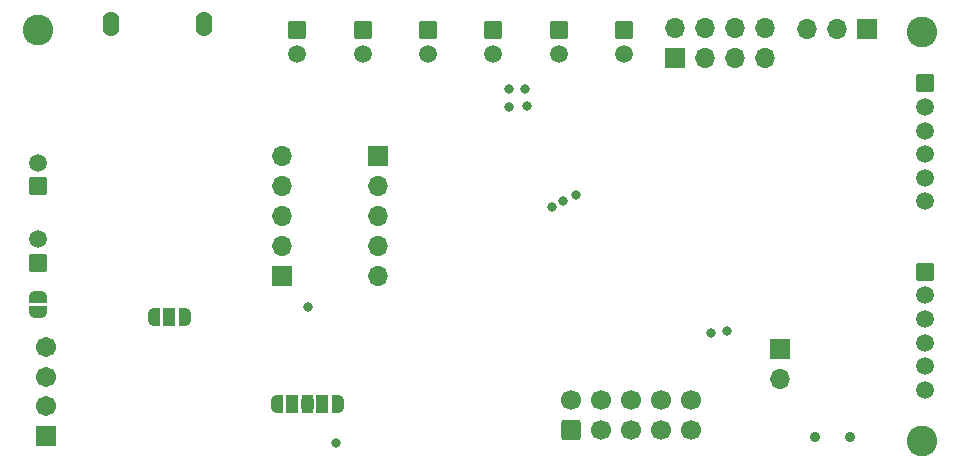
<source format=gbr>
%TF.GenerationSoftware,KiCad,Pcbnew,8.0.8*%
%TF.CreationDate,2025-03-17T17:43:28-04:00*%
%TF.ProjectId,tuner time,74756e65-7220-4746-996d-652e6b696361,rev?*%
%TF.SameCoordinates,Original*%
%TF.FileFunction,Soldermask,Bot*%
%TF.FilePolarity,Negative*%
%FSLAX46Y46*%
G04 Gerber Fmt 4.6, Leading zero omitted, Abs format (unit mm)*
G04 Created by KiCad (PCBNEW 8.0.8) date 2025-03-17 17:43:28*
%MOMM*%
%LPD*%
G01*
G04 APERTURE LIST*
G04 Aperture macros list*
%AMRoundRect*
0 Rectangle with rounded corners*
0 $1 Rounding radius*
0 $2 $3 $4 $5 $6 $7 $8 $9 X,Y pos of 4 corners*
0 Add a 4 corners polygon primitive as box body*
4,1,4,$2,$3,$4,$5,$6,$7,$8,$9,$2,$3,0*
0 Add four circle primitives for the rounded corners*
1,1,$1+$1,$2,$3*
1,1,$1+$1,$4,$5*
1,1,$1+$1,$6,$7*
1,1,$1+$1,$8,$9*
0 Add four rect primitives between the rounded corners*
20,1,$1+$1,$2,$3,$4,$5,0*
20,1,$1+$1,$4,$5,$6,$7,0*
20,1,$1+$1,$6,$7,$8,$9,0*
20,1,$1+$1,$8,$9,$2,$3,0*%
%AMFreePoly0*
4,1,19,0.550000,-0.750000,0.000000,-0.750000,0.000000,-0.744911,-0.071157,-0.744911,-0.207708,-0.704816,-0.327430,-0.627875,-0.420627,-0.520320,-0.479746,-0.390866,-0.500000,-0.250000,-0.500000,0.250000,-0.479746,0.390866,-0.420627,0.520320,-0.327430,0.627875,-0.207708,0.704816,-0.071157,0.744911,0.000000,0.744911,0.000000,0.750000,0.550000,0.750000,0.550000,-0.750000,0.550000,-0.750000,
$1*%
%AMFreePoly1*
4,1,19,0.000000,0.744911,0.071157,0.744911,0.207708,0.704816,0.327430,0.627875,0.420627,0.520320,0.479746,0.390866,0.500000,0.250000,0.500000,-0.250000,0.479746,-0.390866,0.420627,-0.520320,0.327430,-0.627875,0.207708,-0.704816,0.071157,-0.744911,0.000000,-0.744911,0.000000,-0.750000,-0.550000,-0.750000,-0.550000,0.750000,0.000000,0.750000,0.000000,0.744911,0.000000,0.744911,
$1*%
%AMFreePoly2*
4,1,19,0.500000,-0.750000,0.000000,-0.750000,0.000000,-0.744911,-0.071157,-0.744911,-0.207708,-0.704816,-0.327430,-0.627875,-0.420627,-0.520320,-0.479746,-0.390866,-0.500000,-0.250000,-0.500000,0.250000,-0.479746,0.390866,-0.420627,0.520320,-0.327430,0.627875,-0.207708,0.704816,-0.071157,0.744911,0.000000,0.744911,0.000000,0.750000,0.500000,0.750000,0.500000,-0.750000,0.500000,-0.750000,
$1*%
%AMFreePoly3*
4,1,19,0.000000,0.744911,0.071157,0.744911,0.207708,0.704816,0.327430,0.627875,0.420627,0.520320,0.479746,0.390866,0.500000,0.250000,0.500000,-0.250000,0.479746,-0.390866,0.420627,-0.520320,0.327430,-0.627875,0.207708,-0.704816,0.071157,-0.744911,0.000000,-0.744911,0.000000,-0.750000,-0.500000,-0.750000,-0.500000,0.750000,0.000000,0.750000,0.000000,0.744911,0.000000,0.744911,
$1*%
G04 Aperture macros list end*
%ADD10C,0.800000*%
%ADD11RoundRect,0.102000X0.654000X-0.654000X0.654000X0.654000X-0.654000X0.654000X-0.654000X-0.654000X0*%
%ADD12C,1.512000*%
%ADD13RoundRect,0.102000X-0.654000X0.654000X-0.654000X-0.654000X0.654000X-0.654000X0.654000X0.654000X0*%
%ADD14O,1.422400X2.108200*%
%ADD15RoundRect,0.102000X-0.754000X0.754000X-0.754000X-0.754000X0.754000X-0.754000X0.754000X0.754000X0*%
%ADD16C,1.712000*%
%ADD17RoundRect,0.250000X0.600000X-0.600000X0.600000X0.600000X-0.600000X0.600000X-0.600000X-0.600000X0*%
%ADD18C,1.700000*%
%ADD19R,1.700000X1.700000*%
%ADD20O,1.700000X1.700000*%
%ADD21C,2.600000*%
%ADD22C,0.900000*%
%ADD23FreePoly0,0.000000*%
%ADD24R,1.000000X1.500000*%
%ADD25FreePoly1,0.000000*%
%ADD26FreePoly2,90.000000*%
%ADD27FreePoly3,90.000000*%
%ADD28FreePoly0,180.000000*%
%ADD29FreePoly1,180.000000*%
G04 APERTURE END LIST*
D10*
%TO.C,TP13*%
X175275000Y-125950000D03*
%TD*%
%TO.C,TP12*%
X210825000Y-128000000D03*
%TD*%
%TO.C,TP11*%
X209400000Y-128125000D03*
%TD*%
%TO.C,TP10*%
X198000000Y-116475000D03*
%TD*%
%TO.C,TP9*%
X196925000Y-116975000D03*
%TD*%
%TO.C,TP8*%
X195975000Y-117475000D03*
%TD*%
%TO.C,TP6*%
X192375000Y-108975000D03*
%TD*%
%TO.C,TP5*%
X193875000Y-108950000D03*
%TD*%
%TO.C,TP4*%
X192375000Y-107475000D03*
%TD*%
%TO.C,TP3*%
X193700000Y-107475000D03*
%TD*%
%TO.C,TP1*%
X177725000Y-137475000D03*
%TD*%
D11*
%TO.C,SW7*%
X202075000Y-102525000D03*
D12*
X202075000Y-104525000D03*
%TD*%
D11*
%TO.C,SW6*%
X196545000Y-102525000D03*
D12*
X196545000Y-104525000D03*
%TD*%
D11*
%TO.C,SW5*%
X191015000Y-102525000D03*
D12*
X191015000Y-104525000D03*
%TD*%
D11*
%TO.C,SW4*%
X185485000Y-102525000D03*
D12*
X185485000Y-104525000D03*
%TD*%
D11*
%TO.C,SW3*%
X179955000Y-102525000D03*
D12*
X179955000Y-104525000D03*
%TD*%
D11*
%TO.C,SW2*%
X174425000Y-102525000D03*
D12*
X174425000Y-104525000D03*
%TD*%
D13*
%TO.C,SW1*%
X152437500Y-115725000D03*
D12*
X152437500Y-113725000D03*
%TD*%
D14*
%TO.C,J11*%
X166525000Y-101954299D03*
X158625000Y-101954299D03*
%TD*%
D15*
%TO.C,J7*%
X153100000Y-136825000D03*
D16*
X153100000Y-134325000D03*
X153100000Y-131825000D03*
X153100000Y-129325000D03*
%TD*%
D13*
%TO.C,J3*%
X152425000Y-122200000D03*
D12*
X152425000Y-120200000D03*
%TD*%
D11*
%TO.C,J2*%
X227525000Y-107000000D03*
D12*
X227525000Y-109000000D03*
X227525000Y-111000000D03*
X227525000Y-113000000D03*
X227525000Y-115000000D03*
X227525000Y-117000000D03*
%TD*%
D11*
%TO.C,J1*%
X227550000Y-122950000D03*
D12*
X227550000Y-124950000D03*
X227550000Y-126950000D03*
X227550000Y-128950000D03*
X227550000Y-130950000D03*
X227550000Y-132950000D03*
%TD*%
D17*
%TO.C,J9*%
X197570000Y-136327500D03*
D18*
X197570000Y-133787500D03*
X200110000Y-136327500D03*
X200110000Y-133787500D03*
X202650000Y-136327500D03*
X202650000Y-133787500D03*
X205190000Y-136327500D03*
X205190000Y-133787500D03*
X207730000Y-136327500D03*
X207730000Y-133787500D03*
%TD*%
D19*
%TO.C,J5*%
X181250000Y-113175000D03*
D20*
X181250000Y-115715000D03*
X181250000Y-118255000D03*
X181250000Y-120795000D03*
X181250000Y-123335000D03*
%TD*%
D21*
%TO.C,H2*%
X227325000Y-137325000D03*
%TD*%
%TO.C,H3*%
X227300000Y-102650000D03*
%TD*%
%TO.C,H1*%
X152475000Y-102450000D03*
%TD*%
D19*
%TO.C,J6*%
X206375000Y-104875000D03*
D20*
X206375000Y-102335000D03*
X208915000Y-104875000D03*
X208915000Y-102335000D03*
X211455000Y-104875000D03*
X211455000Y-102335000D03*
X213995000Y-104875000D03*
X213995000Y-102335000D03*
%TD*%
D19*
%TO.C,J4*%
X173125000Y-123325000D03*
D20*
X173125000Y-120785000D03*
X173125000Y-118245000D03*
X173125000Y-115705000D03*
X173125000Y-113165000D03*
%TD*%
D19*
%TO.C,J8*%
X215250000Y-129500000D03*
D20*
X215250000Y-132040000D03*
%TD*%
D19*
%TO.C,J10*%
X222675000Y-102425000D03*
D20*
X220135000Y-102425000D03*
X217595000Y-102425000D03*
%TD*%
D22*
%TO.C,SW9*%
X218225000Y-136930000D03*
X221225000Y-136930000D03*
%TD*%
D23*
%TO.C,JP5*%
X175225000Y-134167500D03*
D24*
X176525000Y-134167500D03*
D25*
X177825000Y-134167500D03*
%TD*%
D23*
%TO.C,JP7*%
X162274999Y-126825000D03*
D24*
X163574999Y-126825000D03*
D25*
X164874999Y-126825000D03*
%TD*%
D26*
%TO.C,JP1*%
X152425000Y-126375000D03*
D27*
X152425000Y-125075000D03*
%TD*%
D28*
%TO.C,JP6*%
X175274999Y-134125000D03*
D24*
X173974999Y-134125000D03*
D29*
X172674999Y-134125000D03*
%TD*%
M02*

</source>
